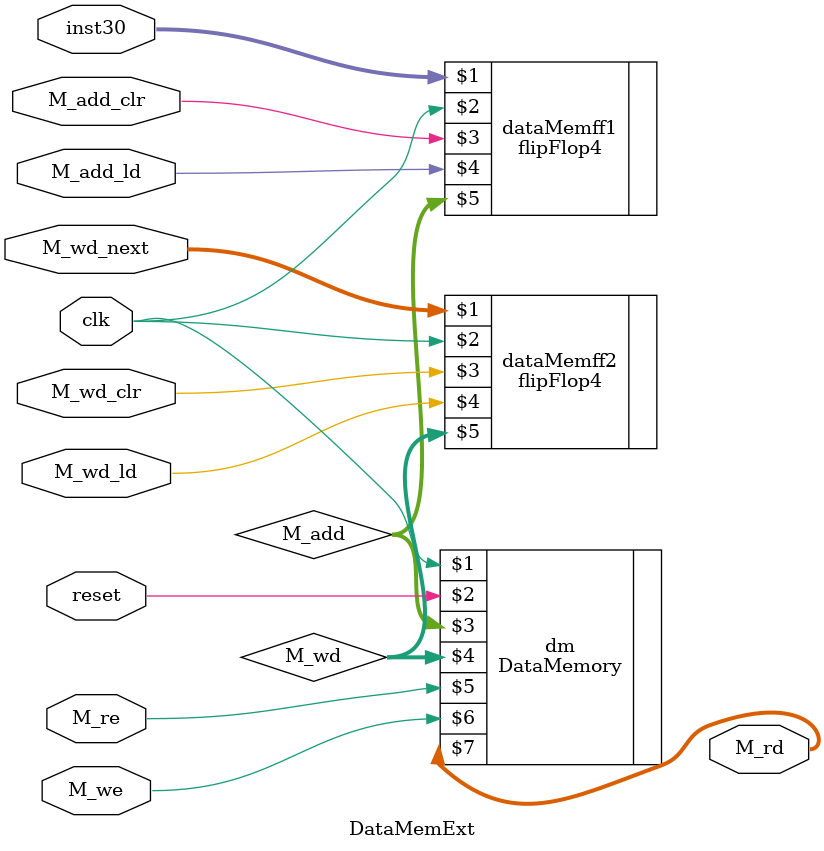
<source format=sv>
`timescale 1ns / 1ps



module DataMemExt( input logic clk,
                   input logic reset,
                   input logic [3:0] inst30,
                   input logic M_re,
                   input logic M_we,
                   input logic [3:0] M_wd_next,
                   input logic M_add_clr,
                   input logic M_add_ld,
                   input logic M_wd_clr,
                   input logic M_wd_ld,
                   output logic [3:0] M_rd );
                   
    logic [3:0] M_add;
    logic [3:0] M_wd;
    
    
    flipFlop4 dataMemff1( inst30, clk, M_add_clr, M_add_ld, M_add );
    
    flipFlop4 dataMemff2( M_wd_next, clk, M_wd_clr, M_wd_ld, M_wd );
    
    DataMemory dm( clk, reset, M_add, M_wd, M_re, M_we, M_rd );

endmodule
</source>
